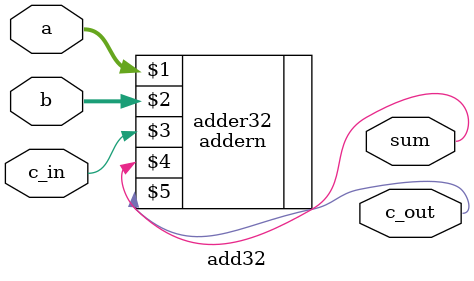
<source format=sv>
module add32(a, b, c_in, sum, c_out);

input wire [31:0] a,b;
input wire c_in;
output wire sum;
output c_out;

addern #(.N(32)) adder32 (a, b, c_in, sum, c_out);

endmodule
</source>
